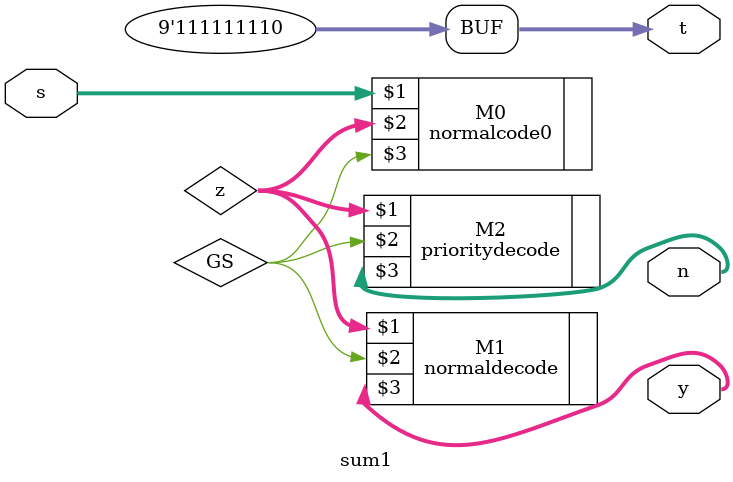
<source format=v>
`timescale 1ns / 1ps

module sum1(
    input [9:0] s,
    output [9:0] y,
    output [6:0] n,
    output [8:0] t
    );
   wire  [3:0] z;
   wire GS;
   assign t=9'b1_1111_1110;
   normalcode0 M0 (s[9:0],z[3:0],GS);
   normaldecode M1(z[3:0],GS,y[9:0]);
   prioritydecode M2(z[3:0],GS,n[6:0]);
endmodule

</source>
